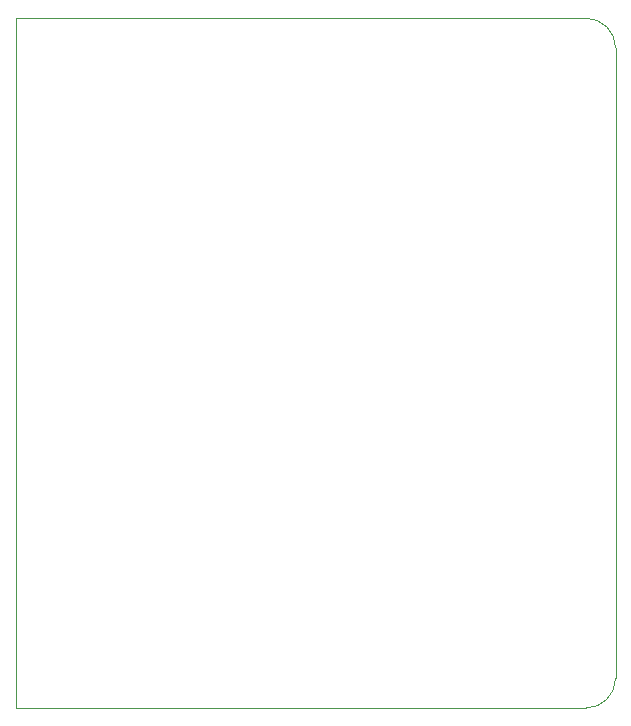
<source format=gbr>
%FSLAX46Y46*%
G04 Gerber Fmt 4.6, Leading zero omitted, Abs format (unit mm)*
G04 Created by KiCad (PCBNEW (2014-08-29 BZR 5106)-product) date Fri 17 Oct 2014 03:49:03 PM PDT*
%MOMM*%
G01*
G04 APERTURE LIST*
%ADD10C,0.100000*%
G04 APERTURE END LIST*
D10*
X152400000Y-71120000D02*
G75*
G03X149860000Y-68580000I-2540000J0D01*
G74*
G01*
X149860000Y-127000000D02*
G75*
G03X152400000Y-124460000I0J2540000D01*
G74*
G01*
X152400000Y-71120000D02*
X152400000Y-124460000D01*
X147320000Y-68580000D02*
X149860000Y-68580000D01*
X101600000Y-68580000D02*
X147320000Y-68580000D01*
X101600000Y-127000000D02*
X101600000Y-68580000D01*
X101600000Y-127000000D02*
X149860000Y-127000000D01*
M02*

</source>
